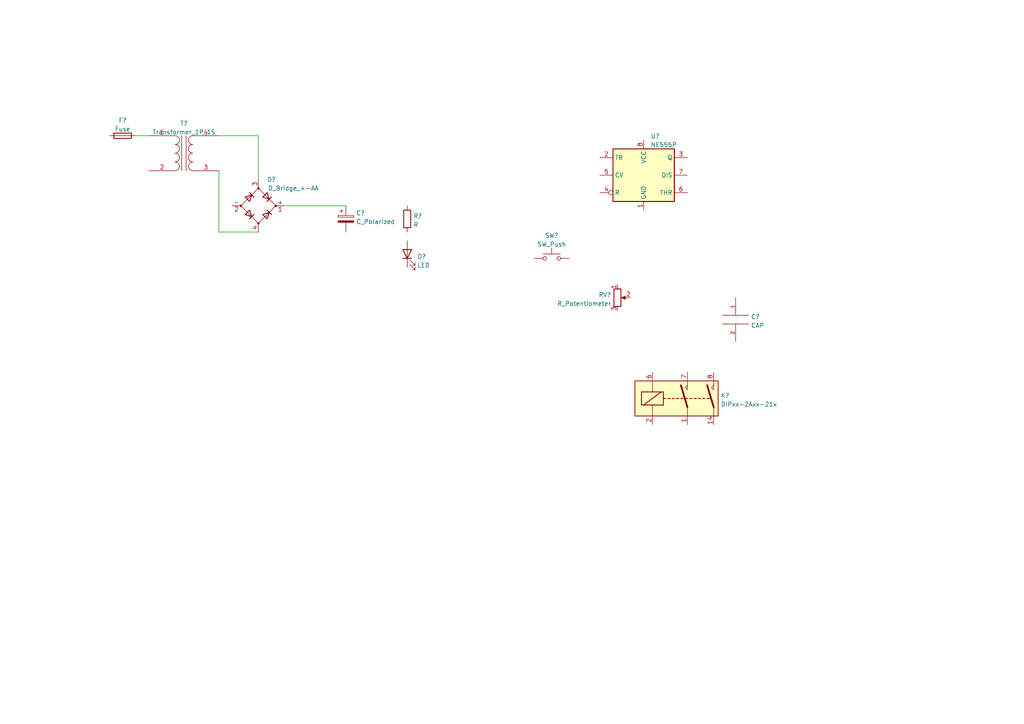
<source format=kicad_sch>
(kicad_sch (version 20211123) (generator eeschema)
  (paper "A4")
  (lib_symbols
    (symbol "Device:C_Polarized" (pin_numbers hide) (pin_names (offset 0.254))
      (property "Reference" "C" (at 0.635 2.54 0))
      (property "Value" "C_Polarized" (at 0.635 -2.54 0))
      (symbol "C_Polarized_0_1"
        (rectangle (start -2.286 0.508) (end 2.286 1.016))
        (polyline (pts (xy -1.778 2.286) (xy -0.762 2.286)))
        (polyline (pts (xy -1.27 2.794) (xy -1.27 1.778)))
        (rectangle (start 2.286 -0.508) (end -2.286 -1.016) (fill (type outline)))
      )
      (symbol "C_Polarized_1_1"
        (pin passive line (at 0 3.81 270) (length 2.794) (name "~") (number "1"))
        (pin passive line (at 0 -3.81 90) (length 2.794) (name "~") (number "2"))
      )
    )
    (symbol "Device:D_Bridge_+-AA" (pin_names (offset 0))
      (property "Reference" "D" (at 2.54 6.985 0))
      (property "Value" "D_Bridge_+-AA" (at 2.54 5.08 0))
      (symbol "D_Bridge_+-AA_0_1"
        (circle (center -5.08 0) (radius 0.254) (fill (type outline)))
        (circle (center 0 -5.08) (radius 0.254) (fill (type outline)))
        (polyline (pts (xy -2.54 3.81) (xy -1.27 2.54)) (stroke (width 0.254)))
        (polyline (pts (xy -1.27 -2.54) (xy -2.54 -3.81)) (stroke (width 0.254)))
        (polyline (pts (xy 2.54 -1.27) (xy 3.81 -2.54)) (stroke (width 0.254)))
        (polyline (pts (xy 2.54 1.27) (xy 3.81 2.54)) (stroke (width 0.254)))
        (polyline (pts (xy -3.81 2.54) (xy -2.54 1.27) (xy -1.905 3.175) (xy -3.81 2.54)) (stroke (width 0.254)))
        (polyline (pts (xy -2.54 -1.27) (xy -3.81 -2.54) (xy -1.905 -3.175) (xy -2.54 -1.27)) (stroke (width 0.254)))
        (polyline (pts (xy 1.27 2.54) (xy 2.54 3.81) (xy 3.175 1.905) (xy 1.27 2.54)) (stroke (width 0.254)))
        (polyline (pts (xy 3.175 -1.905) (xy 1.27 -2.54) (xy 2.54 -3.81) (xy 3.175 -1.905)) (stroke (width 0.254)))
        (polyline (pts (xy -5.08 0) (xy 0 -5.08) (xy 5.08 0) (xy 0 5.08) (xy -5.08 0)))
        (circle (center 0 5.08) (radius 0.254) (fill (type outline)))
        (circle (center 5.08 0) (radius 0.254) (fill (type outline)))
      )
      (symbol "D_Bridge_+-AA_1_1"
        (pin passive line (at 7.62 0 180) (length 2.54) (name "+") (number "1"))
        (pin passive line (at -7.62 0 0) (length 2.54) (name "-") (number "2"))
        (pin passive line (at 0 7.62 270) (length 2.54) (name "~") (number "3"))
        (pin passive line (at 0 -7.62 90) (length 2.54) (name "~") (number "4"))
      )
    )
    (symbol "Device:Fuse" (pin_numbers hide) (pin_names (offset 0))
      (property "Reference" "F" (at 2.032 0 90))
      (property "Value" "Fuse" (at -1.905 0 90))
      (symbol "Fuse_0_1"
        (rectangle (start -0.762 -2.54) (end 0.762 2.54) (stroke (width 0.254)))
        (polyline (pts (xy 0 2.54) (xy 0 -2.54)))
      )
      (symbol "Fuse_1_1"
        (pin passive line (at 0 3.81 270) (length 1.27) (name "~") (number "1"))
        (pin passive line (at 0 -3.81 90) (length 1.27) (name "~") (number "2"))
      )
    )
    (symbol "Device:LED" (pin_numbers hide) (pin_names (offset 1.016) hide)
      (property "Reference" "D" (at 0 2.54 0))
      (property "Value" "LED" (at 0 -2.54 0))
      (symbol "LED_0_1"
        (polyline (pts (xy -1.27 -1.27) (xy -1.27 1.27)) (stroke (width 0.254)))
        (polyline (pts (xy -1.27 0) (xy 1.27 0)))
        (polyline (pts (xy 1.27 -1.27) (xy 1.27 1.27) (xy -1.27 0) (xy 1.27 -1.27)) (stroke (width 0.254)))
        (polyline (pts (xy -3.048 -0.762) (xy -4.572 -2.286) (xy -3.81 -2.286) (xy -4.572 -2.286) (xy -4.572 -1.524)))
        (polyline (pts (xy -1.778 -0.762) (xy -3.302 -2.286) (xy -2.54 -2.286) (xy -3.302 -2.286) (xy -3.302 -1.524)))
      )
      (symbol "LED_1_1"
        (pin passive line (at -3.81 0 0) (length 2.54) (name "K") (number "1"))
        (pin passive line (at 3.81 0 180) (length 2.54) (name "A") (number "2"))
      )
    )
    (symbol "Device:R" (pin_numbers hide) (pin_names (offset 0))
      (property "Reference" "R" (at 2.032 0 90))
      (property "Value" "R" (at 0 0 90))
      (symbol "R_0_1"
        (rectangle (start -1.016 -2.54) (end 1.016 2.54) (stroke (width 0.254)))
      )
      (symbol "R_1_1"
        (pin passive line (at 0 3.81 270) (length 1.27) (name "~") (number "1"))
        (pin passive line (at 0 -3.81 90) (length 1.27) (name "~") (number "2"))
      )
    )
    (symbol "Device:R_Potentiometer" (pin_names (offset 1.016) hide)
      (property "Reference" "RV" (at -4.445 0 90))
      (property "Value" "R_Potentiometer" (at -2.54 0 90))
      (symbol "R_Potentiometer_0_1"
        (polyline (pts (xy 2.54 0) (xy 1.524 0)))
        (polyline (pts (xy 1.143 0) (xy 2.286 0.508) (xy 2.286 -0.508) (xy 1.143 0)) (fill (type outline)))
        (rectangle (start 1.016 2.54) (end -1.016 -2.54) (stroke (width 0.254)))
      )
      (symbol "R_Potentiometer_1_1"
        (pin passive line (at 0 3.81 270) (length 1.27) (name "1") (number "1"))
        (pin passive line (at 3.81 0 180) (length 1.27) (name "2") (number "2"))
        (pin passive line (at 0 -3.81 90) (length 1.27) (name "3") (number "3"))
      )
    )
    (symbol "Device:Transformer_1P_1S" (pin_names (offset 1.016) hide)
      (property "Reference" "T" (at 0 6.35 0))
      (property "Value" "Transformer_1P_1S" (at 0 -7.62 0))
      (symbol "Transformer_1P_1S_0_1"
        (arc (start -2.54 -5.0546) (mid -1.6599 -4.6901) (end -1.27 -3.81))
        (arc (start -2.54 -2.5146) (mid -1.6599 -2.1501) (end -1.27 -1.27))
        (arc (start -2.54 0.0254) (mid -1.6599 0.3899) (end -1.27 1.27))
        (arc (start -2.54 2.5654) (mid -1.6599 2.9299) (end -1.27 3.81))
        (arc (start -1.27 -3.81) (mid -1.642 -2.912) (end -2.54 -2.54))
        (arc (start -1.27 -1.27) (mid -1.642 -0.372) (end -2.54 0))
        (arc (start -1.27 1.27) (mid -1.642 2.168) (end -2.54 2.54))
        (arc (start -1.27 3.81) (mid -1.642 4.708) (end -2.54 5.08))
        (polyline (pts (xy -0.635 5.08) (xy -0.635 -5.08)))
        (polyline (pts (xy 0.635 -5.08) (xy 0.635 5.08)))
        (arc (start 1.2954 -1.27) (mid 1.6599 -2.1501) (end 2.54 -2.5146))
        (arc (start 1.2954 1.27) (mid 1.6599 0.3899) (end 2.54 0.0254))
        (arc (start 1.2954 3.81) (mid 1.6599 2.9299) (end 2.54 2.5654))
        (arc (start 1.3208 -3.81) (mid 1.6853 -4.6901) (end 2.5654 -5.0546))
        (arc (start 2.54 0) (mid 1.642 -0.372) (end 1.2954 -1.27))
        (arc (start 2.54 2.54) (mid 1.642 2.168) (end 1.2954 1.27))
        (arc (start 2.54 5.08) (mid 1.642 4.708) (end 1.2954 3.81))
        (arc (start 2.5654 -2.54) (mid 1.6674 -2.912) (end 1.3208 -3.81))
      )
      (symbol "Transformer_1P_1S_1_1"
        (pin passive line (at -10.16 5.08 0) (length 7.62) (name "AA") (number "1"))
        (pin passive line (at -10.16 -5.08 0) (length 7.62) (name "AB") (number "2"))
        (pin passive line (at 10.16 -5.08 180) (length 7.62) (name "SA") (number "3"))
        (pin passive line (at 10.16 5.08 180) (length 7.62) (name "SB") (number "4"))
      )
    )
    (symbol "Relay:DIPxx-2Axx-21x"
      (property "Reference" "K" (at 12.7 3.81 0))
      (property "Value" "DIPxx-2Axx-21x" (at 12.7 1.27 0))
      (symbol "DIPxx-2Axx-21x_0_0"
        (polyline (pts (xy 2.54 5.08) (xy 2.54 2.54) (xy 1.905 3.175) (xy 2.54 3.81)))
        (polyline (pts (xy 10.16 5.08) (xy 10.16 2.54) (xy 9.525 3.175) (xy 10.16 3.81)))
      )
      (symbol "DIPxx-2Axx-21x_0_1"
        (rectangle (start -12.7 5.08) (end 11.43 -5.08) (stroke (width 0.254)) (fill (type background)))
        (rectangle (start -10.795 1.905) (end -4.445 -1.905) (stroke (width 0.254)))
        (polyline (pts (xy -10.16 -1.905) (xy -5.08 1.905)) (stroke (width 0.254)))
        (polyline (pts (xy -7.62 -5.08) (xy -7.62 -1.905)))
        (polyline (pts (xy -7.62 5.08) (xy -7.62 1.905)))
        (polyline (pts (xy -4.445 0) (xy -3.81 0)) (stroke (width 0.254)))
        (polyline (pts (xy -3.175 0) (xy -2.54 0)) (stroke (width 0.254)))
        (polyline (pts (xy -1.905 0) (xy -1.27 0)) (stroke (width 0.254)))
        (polyline (pts (xy -0.635 0) (xy 0 0)) (stroke (width 0.254)))
        (polyline (pts (xy 0.635 0) (xy 1.27 0)) (stroke (width 0.254)))
        (polyline (pts (xy 1.905 0) (xy 2.54 0)) (stroke (width 0.254)))
        (polyline (pts (xy 2.54 -2.54) (xy 0.635 3.81)) (stroke (width 0.508)))
        (polyline (pts (xy 2.54 -2.54) (xy 2.54 -5.08)))
        (polyline (pts (xy 3.175 0) (xy 3.81 0)) (stroke (width 0.254)))
        (polyline (pts (xy 4.445 0) (xy 5.08 0)) (stroke (width 0.254)))
        (polyline (pts (xy 5.715 0) (xy 6.35 0)) (stroke (width 0.254)))
        (polyline (pts (xy 6.985 0) (xy 7.62 0)) (stroke (width 0.254)))
        (polyline (pts (xy 8.255 0) (xy 8.89 0)) (stroke (width 0.254)))
        (polyline (pts (xy 10.16 -2.54) (xy 8.255 3.81)) (stroke (width 0.508)))
        (polyline (pts (xy 10.16 -2.54) (xy 10.16 -5.08)))
      )
      (symbol "DIPxx-2Axx-21x_1_1"
        (pin passive line (at 2.54 -7.62 90) (length 2.54) (name "~") (number "1"))
        (pin passive line (at 10.16 -7.62 90) (length 2.54) (name "~") (number "14"))
        (pin passive line (at -7.62 -7.62 90) (length 2.54) (name "~") (number "2"))
        (pin passive line (at -7.62 7.62 270) (length 2.54) (name "~") (number "6"))
        (pin passive line (at 2.54 7.62 270) (length 2.54) (name "~") (number "7"))
        (pin passive line (at 10.16 7.62 270) (length 2.54) (name "~") (number "8"))
      )
    )
    (symbol "Switch:SW_Push" (pin_numbers hide) (pin_names (offset 1.016) hide)
      (property "Reference" "SW" (at 1.27 2.54 0))
      (property "Value" "SW_Push" (at 0 -1.524 0))
      (symbol "SW_Push_0_1"
        (circle (center -2.032 0) (radius 0.508))
        (polyline (pts (xy 0 1.27) (xy 0 3.048)))
        (polyline (pts (xy 2.54 1.27) (xy -2.54 1.27)))
        (circle (center 2.032 0) (radius 0.508))
        (pin passive line (at -5.08 0 0) (length 2.54) (name "1") (number "1"))
        (pin passive line (at 5.08 0 180) (length 2.54) (name "2") (number "2"))
      )
    )
    (symbol "Timer:NE555P"
      (property "Reference" "U" (at -10.16 8.89 0))
      (property "Value" "NE555P" (at 2.54 8.89 0))
      (symbol "NE555P_0_0"
        (pin power_in line (at 0 -10.16 90) (length 2.54) (name "GND") (number "1"))
        (pin power_in line (at 0 10.16 270) (length 2.54) (name "VCC") (number "8"))
      )
      (symbol "NE555P_0_1"
        (rectangle (start -8.89 -7.62) (end 8.89 7.62) (stroke (width 0.254)) (fill (type background)))
        (rectangle (start -8.89 -7.62) (end 8.89 7.62) (stroke (width 0.254)) (fill (type background)))
      )
      (symbol "NE555P_1_1"
        (pin input line (at -12.7 5.08 0) (length 3.81) (name "TR") (number "2"))
        (pin output line (at 12.7 5.08 180) (length 3.81) (name "Q") (number "3"))
        (pin input inverted (at -12.7 -5.08 0) (length 3.81) (name "R") (number "4"))
        (pin input line (at -12.7 0 0) (length 3.81) (name "CV") (number "5"))
        (pin input line (at 12.7 -5.08 180) (length 3.81) (name "THR") (number "6"))
        (pin input line (at 12.7 0 180) (length 3.81) (name "DIS") (number "7"))
      )
    )
    (symbol "pspice:CAP" (pin_names (offset 0.254))
      (property "Reference" "C" (at 2.54 3.81 90))
      (property "Value" "CAP" (at 2.54 -3.81 90))
      (symbol "CAP_0_1"
        (polyline (pts (xy -3.81 -1.27) (xy 3.81 -1.27)))
        (polyline (pts (xy -3.81 1.27) (xy 3.81 1.27)))
      )
      (symbol "CAP_1_1"
        (pin passive line (at 0 6.35 270) (length 5.08) (name "~") (number "1"))
        (pin passive line (at 0 -6.35 90) (length 5.08) (name "~") (number "2"))
      )
    )
  )
  (wire (pts (xy 63.5 39.37) (xy 74.93 39.37)))
  (wire (pts (xy 74.93 39.37) (xy 74.93 52.07)))
  (wire (pts (xy 82.55 59.69) (xy 100.33 59.69)))
  (wire (pts (xy 63.5 67.31) (xy 74.93 67.31)))
  (wire (pts (xy 39.37 39.37) (xy 43.18 39.37)))
  (wire (pts (xy 63.5 49.53) (xy 63.5 67.31)))
  (symbol (lib_id "Device:Transformer_1P_1S") (at 53.34 44.45 0) (unit 1)
    (property "Reference" "T?" (at 53.3527 35.7971 0))
    (property "Value" "Transformer_1P_1S" (at 53.3527 38.334 0))
  )
  (symbol (lib_id "Device:R") (at 118.11 63.5 0) (unit 1)
    (property "Reference" "R?" (at 119.888 62.6653 0) (effects (justify left)))
    (property "Value" "R" (at 119.888 65.2022 0) (effects (justify left)))
  )
  (symbol (lib_id "pspice:CAP") (at 213.36 92.71 0) (unit 1)
    (property "Reference" "C?" (at 217.805 91.8753 0) (effects (justify left)))
    (property "Value" "CAP" (at 217.805 94.4122 0) (effects (justify left)))
  )
  (symbol (lib_id "Switch:SW_Push") (at 160.02 74.93 0) (unit 1)
    (property "Reference" "SW?" (at 160.02 68.3092 0))
    (property "Value" "SW_Push" (at 160.02 70.8461 0))
  )
  (symbol (lib_id "Device:R_Potentiometer") (at 179.07 86.36 0) (unit 1)
    (property "Reference" "RV?" (at 177.2921 85.5253 0) (effects (justify right)))
    (property "Value" "R_Potentiometer" (at 177.2921 88.0622 0) (effects (justify right)))
  )
  (symbol (lib_id "Device:LED") (at 118.11 73.66 90) (unit 1)
    (property "Reference" "D?" (at 121.031 74.4128 90) (effects (justify right)))
    (property "Value" "LED" (at 121.031 76.9497 90) (effects (justify right)))
  )
  (symbol (lib_id "Relay:DIPxx-2Axx-21x") (at 196.85 115.57 0) (unit 1)
    (property "Reference" "K?" (at 209.042 114.7353 0) (effects (justify left)))
    (property "Value" "DIPxx-2Axx-21x" (at 209.042 117.2722 0) (effects (justify left)))
    (property "Footprint" "Relay_THT:Relay_StandexMeder_DIP_LowProfile" (effects hide))
    (property "Datasheet" "https://standexelectronics.com/wp-content/uploads/datasheet_reed_relay_DIP.pdf" (effects hide))
  )
  (symbol (lib_id "Device:Fuse") (at 35.56 39.37 90) (unit 1)
    (property "Reference" "F?" (at 35.56 34.9082 90))
    (property "Value" "Fuse" (at 35.56 37.4451 90))
  )
  (symbol (lib_id "Device:C_Polarized") (at 100.33 63.5 0) (unit 1)
    (property "Reference" "C?" (at 103.251 61.7763 0) (effects (justify left)))
    (property "Value" "C_Polarized" (at 103.251 64.3132 0) (effects (justify left)))
  )
  (symbol (lib_id "Timer:NE555P") (at 186.69 50.8 0) (unit 1)
    (property "Reference" "U?" (at 188.7094 39.4802 0) (effects (justify left)))
    (property "Value" "NE555P" (at 188.7094 42.0171 0) (effects (justify left)))
    (property "Footprint" "Package_DIP:DIP-8_W7.62mm" (effects hide))
    (property "Datasheet" "http://www.ti.com/lit/ds/symlink/ne555.pdf" (effects hide))
  )
  (symbol (lib_id "Device:D_Bridge_+-AA") (at 74.93 59.69 0) (unit 1)
    (property "Reference" "D?" (at 78.74 52.07 0))
    (property "Value" "D_Bridge_+-AA" (at 85.09 54.61 0))
  )
)
</source>
